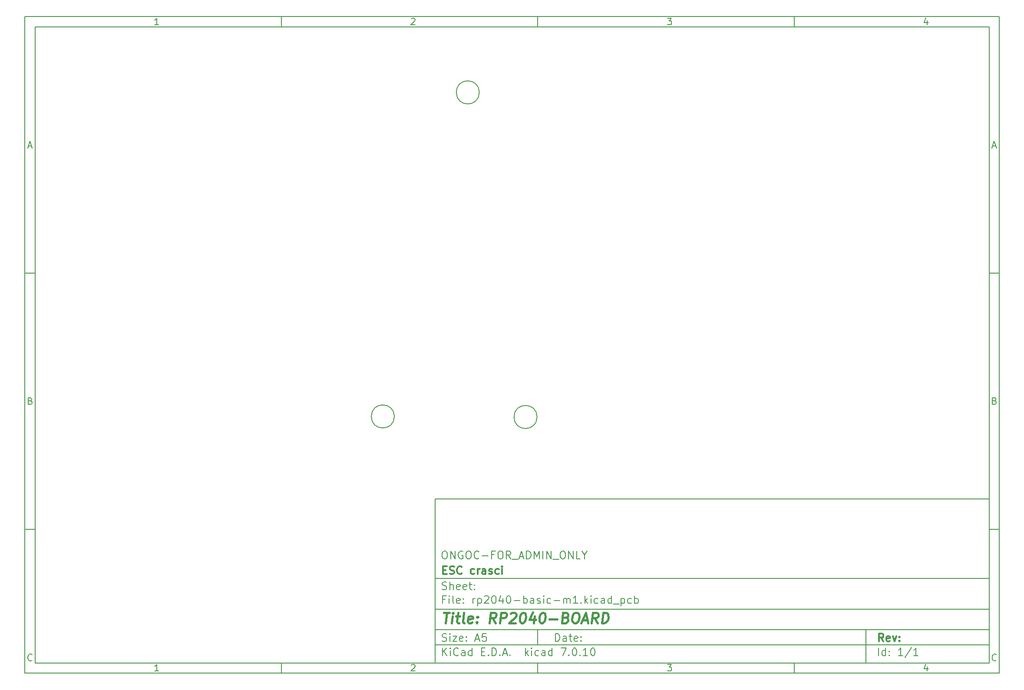
<source format=gbr>
%TF.GenerationSoftware,KiCad,Pcbnew,7.0.10*%
%TF.CreationDate,2024-01-28T16:32:00+05:30*%
%TF.ProjectId,rp2040-basic-m1,72703230-3430-42d6-9261-7369632d6d31,rev?*%
%TF.SameCoordinates,Original*%
%TF.FileFunction,Other,Comment*%
%FSLAX46Y46*%
G04 Gerber Fmt 4.6, Leading zero omitted, Abs format (unit mm)*
G04 Created by KiCad (PCBNEW 7.0.10) date 2024-01-28 16:32:00*
%MOMM*%
%LPD*%
G01*
G04 APERTURE LIST*
%ADD10C,0.100000*%
%ADD11C,0.150000*%
%ADD12C,0.300000*%
%ADD13C,0.400000*%
G04 APERTURE END LIST*
D10*
D11*
X90007200Y-104005800D02*
X198007200Y-104005800D01*
X198007200Y-136005800D01*
X90007200Y-136005800D01*
X90007200Y-104005800D01*
D10*
D11*
X10000000Y-10000000D02*
X200007200Y-10000000D01*
X200007200Y-138005800D01*
X10000000Y-138005800D01*
X10000000Y-10000000D01*
D10*
D11*
X12000000Y-12000000D02*
X198007200Y-12000000D01*
X198007200Y-136005800D01*
X12000000Y-136005800D01*
X12000000Y-12000000D01*
D10*
D11*
X60000000Y-12000000D02*
X60000000Y-10000000D01*
D10*
D11*
X110000000Y-12000000D02*
X110000000Y-10000000D01*
D10*
D11*
X160000000Y-12000000D02*
X160000000Y-10000000D01*
D10*
D11*
X36089160Y-11593604D02*
X35346303Y-11593604D01*
X35717731Y-11593604D02*
X35717731Y-10293604D01*
X35717731Y-10293604D02*
X35593922Y-10479319D01*
X35593922Y-10479319D02*
X35470112Y-10603128D01*
X35470112Y-10603128D02*
X35346303Y-10665033D01*
D10*
D11*
X85346303Y-10417414D02*
X85408207Y-10355509D01*
X85408207Y-10355509D02*
X85532017Y-10293604D01*
X85532017Y-10293604D02*
X85841541Y-10293604D01*
X85841541Y-10293604D02*
X85965350Y-10355509D01*
X85965350Y-10355509D02*
X86027255Y-10417414D01*
X86027255Y-10417414D02*
X86089160Y-10541223D01*
X86089160Y-10541223D02*
X86089160Y-10665033D01*
X86089160Y-10665033D02*
X86027255Y-10850747D01*
X86027255Y-10850747D02*
X85284398Y-11593604D01*
X85284398Y-11593604D02*
X86089160Y-11593604D01*
D10*
D11*
X135284398Y-10293604D02*
X136089160Y-10293604D01*
X136089160Y-10293604D02*
X135655826Y-10788842D01*
X135655826Y-10788842D02*
X135841541Y-10788842D01*
X135841541Y-10788842D02*
X135965350Y-10850747D01*
X135965350Y-10850747D02*
X136027255Y-10912652D01*
X136027255Y-10912652D02*
X136089160Y-11036461D01*
X136089160Y-11036461D02*
X136089160Y-11345985D01*
X136089160Y-11345985D02*
X136027255Y-11469795D01*
X136027255Y-11469795D02*
X135965350Y-11531700D01*
X135965350Y-11531700D02*
X135841541Y-11593604D01*
X135841541Y-11593604D02*
X135470112Y-11593604D01*
X135470112Y-11593604D02*
X135346303Y-11531700D01*
X135346303Y-11531700D02*
X135284398Y-11469795D01*
D10*
D11*
X185965350Y-10726938D02*
X185965350Y-11593604D01*
X185655826Y-10231700D02*
X185346303Y-11160271D01*
X185346303Y-11160271D02*
X186151064Y-11160271D01*
D10*
D11*
X60000000Y-136005800D02*
X60000000Y-138005800D01*
D10*
D11*
X110000000Y-136005800D02*
X110000000Y-138005800D01*
D10*
D11*
X160000000Y-136005800D02*
X160000000Y-138005800D01*
D10*
D11*
X36089160Y-137599404D02*
X35346303Y-137599404D01*
X35717731Y-137599404D02*
X35717731Y-136299404D01*
X35717731Y-136299404D02*
X35593922Y-136485119D01*
X35593922Y-136485119D02*
X35470112Y-136608928D01*
X35470112Y-136608928D02*
X35346303Y-136670833D01*
D10*
D11*
X85346303Y-136423214D02*
X85408207Y-136361309D01*
X85408207Y-136361309D02*
X85532017Y-136299404D01*
X85532017Y-136299404D02*
X85841541Y-136299404D01*
X85841541Y-136299404D02*
X85965350Y-136361309D01*
X85965350Y-136361309D02*
X86027255Y-136423214D01*
X86027255Y-136423214D02*
X86089160Y-136547023D01*
X86089160Y-136547023D02*
X86089160Y-136670833D01*
X86089160Y-136670833D02*
X86027255Y-136856547D01*
X86027255Y-136856547D02*
X85284398Y-137599404D01*
X85284398Y-137599404D02*
X86089160Y-137599404D01*
D10*
D11*
X135284398Y-136299404D02*
X136089160Y-136299404D01*
X136089160Y-136299404D02*
X135655826Y-136794642D01*
X135655826Y-136794642D02*
X135841541Y-136794642D01*
X135841541Y-136794642D02*
X135965350Y-136856547D01*
X135965350Y-136856547D02*
X136027255Y-136918452D01*
X136027255Y-136918452D02*
X136089160Y-137042261D01*
X136089160Y-137042261D02*
X136089160Y-137351785D01*
X136089160Y-137351785D02*
X136027255Y-137475595D01*
X136027255Y-137475595D02*
X135965350Y-137537500D01*
X135965350Y-137537500D02*
X135841541Y-137599404D01*
X135841541Y-137599404D02*
X135470112Y-137599404D01*
X135470112Y-137599404D02*
X135346303Y-137537500D01*
X135346303Y-137537500D02*
X135284398Y-137475595D01*
D10*
D11*
X185965350Y-136732738D02*
X185965350Y-137599404D01*
X185655826Y-136237500D02*
X185346303Y-137166071D01*
X185346303Y-137166071D02*
X186151064Y-137166071D01*
D10*
D11*
X10000000Y-60000000D02*
X12000000Y-60000000D01*
D10*
D11*
X10000000Y-110000000D02*
X12000000Y-110000000D01*
D10*
D11*
X10690476Y-35222176D02*
X11309523Y-35222176D01*
X10566666Y-35593604D02*
X10999999Y-34293604D01*
X10999999Y-34293604D02*
X11433333Y-35593604D01*
D10*
D11*
X11092857Y-84912652D02*
X11278571Y-84974557D01*
X11278571Y-84974557D02*
X11340476Y-85036461D01*
X11340476Y-85036461D02*
X11402380Y-85160271D01*
X11402380Y-85160271D02*
X11402380Y-85345985D01*
X11402380Y-85345985D02*
X11340476Y-85469795D01*
X11340476Y-85469795D02*
X11278571Y-85531700D01*
X11278571Y-85531700D02*
X11154761Y-85593604D01*
X11154761Y-85593604D02*
X10659523Y-85593604D01*
X10659523Y-85593604D02*
X10659523Y-84293604D01*
X10659523Y-84293604D02*
X11092857Y-84293604D01*
X11092857Y-84293604D02*
X11216666Y-84355509D01*
X11216666Y-84355509D02*
X11278571Y-84417414D01*
X11278571Y-84417414D02*
X11340476Y-84541223D01*
X11340476Y-84541223D02*
X11340476Y-84665033D01*
X11340476Y-84665033D02*
X11278571Y-84788842D01*
X11278571Y-84788842D02*
X11216666Y-84850747D01*
X11216666Y-84850747D02*
X11092857Y-84912652D01*
X11092857Y-84912652D02*
X10659523Y-84912652D01*
D10*
D11*
X11402380Y-135469795D02*
X11340476Y-135531700D01*
X11340476Y-135531700D02*
X11154761Y-135593604D01*
X11154761Y-135593604D02*
X11030952Y-135593604D01*
X11030952Y-135593604D02*
X10845238Y-135531700D01*
X10845238Y-135531700D02*
X10721428Y-135407890D01*
X10721428Y-135407890D02*
X10659523Y-135284080D01*
X10659523Y-135284080D02*
X10597619Y-135036461D01*
X10597619Y-135036461D02*
X10597619Y-134850747D01*
X10597619Y-134850747D02*
X10659523Y-134603128D01*
X10659523Y-134603128D02*
X10721428Y-134479319D01*
X10721428Y-134479319D02*
X10845238Y-134355509D01*
X10845238Y-134355509D02*
X11030952Y-134293604D01*
X11030952Y-134293604D02*
X11154761Y-134293604D01*
X11154761Y-134293604D02*
X11340476Y-134355509D01*
X11340476Y-134355509D02*
X11402380Y-134417414D01*
D10*
D11*
X200007200Y-60000000D02*
X198007200Y-60000000D01*
D10*
D11*
X200007200Y-110000000D02*
X198007200Y-110000000D01*
D10*
D11*
X198697676Y-35222176D02*
X199316723Y-35222176D01*
X198573866Y-35593604D02*
X199007199Y-34293604D01*
X199007199Y-34293604D02*
X199440533Y-35593604D01*
D10*
D11*
X199100057Y-84912652D02*
X199285771Y-84974557D01*
X199285771Y-84974557D02*
X199347676Y-85036461D01*
X199347676Y-85036461D02*
X199409580Y-85160271D01*
X199409580Y-85160271D02*
X199409580Y-85345985D01*
X199409580Y-85345985D02*
X199347676Y-85469795D01*
X199347676Y-85469795D02*
X199285771Y-85531700D01*
X199285771Y-85531700D02*
X199161961Y-85593604D01*
X199161961Y-85593604D02*
X198666723Y-85593604D01*
X198666723Y-85593604D02*
X198666723Y-84293604D01*
X198666723Y-84293604D02*
X199100057Y-84293604D01*
X199100057Y-84293604D02*
X199223866Y-84355509D01*
X199223866Y-84355509D02*
X199285771Y-84417414D01*
X199285771Y-84417414D02*
X199347676Y-84541223D01*
X199347676Y-84541223D02*
X199347676Y-84665033D01*
X199347676Y-84665033D02*
X199285771Y-84788842D01*
X199285771Y-84788842D02*
X199223866Y-84850747D01*
X199223866Y-84850747D02*
X199100057Y-84912652D01*
X199100057Y-84912652D02*
X198666723Y-84912652D01*
D10*
D11*
X199409580Y-135469795D02*
X199347676Y-135531700D01*
X199347676Y-135531700D02*
X199161961Y-135593604D01*
X199161961Y-135593604D02*
X199038152Y-135593604D01*
X199038152Y-135593604D02*
X198852438Y-135531700D01*
X198852438Y-135531700D02*
X198728628Y-135407890D01*
X198728628Y-135407890D02*
X198666723Y-135284080D01*
X198666723Y-135284080D02*
X198604819Y-135036461D01*
X198604819Y-135036461D02*
X198604819Y-134850747D01*
X198604819Y-134850747D02*
X198666723Y-134603128D01*
X198666723Y-134603128D02*
X198728628Y-134479319D01*
X198728628Y-134479319D02*
X198852438Y-134355509D01*
X198852438Y-134355509D02*
X199038152Y-134293604D01*
X199038152Y-134293604D02*
X199161961Y-134293604D01*
X199161961Y-134293604D02*
X199347676Y-134355509D01*
X199347676Y-134355509D02*
X199409580Y-134417414D01*
D10*
D11*
X113463026Y-131791928D02*
X113463026Y-130291928D01*
X113463026Y-130291928D02*
X113820169Y-130291928D01*
X113820169Y-130291928D02*
X114034455Y-130363357D01*
X114034455Y-130363357D02*
X114177312Y-130506214D01*
X114177312Y-130506214D02*
X114248741Y-130649071D01*
X114248741Y-130649071D02*
X114320169Y-130934785D01*
X114320169Y-130934785D02*
X114320169Y-131149071D01*
X114320169Y-131149071D02*
X114248741Y-131434785D01*
X114248741Y-131434785D02*
X114177312Y-131577642D01*
X114177312Y-131577642D02*
X114034455Y-131720500D01*
X114034455Y-131720500D02*
X113820169Y-131791928D01*
X113820169Y-131791928D02*
X113463026Y-131791928D01*
X115605884Y-131791928D02*
X115605884Y-131006214D01*
X115605884Y-131006214D02*
X115534455Y-130863357D01*
X115534455Y-130863357D02*
X115391598Y-130791928D01*
X115391598Y-130791928D02*
X115105884Y-130791928D01*
X115105884Y-130791928D02*
X114963026Y-130863357D01*
X115605884Y-131720500D02*
X115463026Y-131791928D01*
X115463026Y-131791928D02*
X115105884Y-131791928D01*
X115105884Y-131791928D02*
X114963026Y-131720500D01*
X114963026Y-131720500D02*
X114891598Y-131577642D01*
X114891598Y-131577642D02*
X114891598Y-131434785D01*
X114891598Y-131434785D02*
X114963026Y-131291928D01*
X114963026Y-131291928D02*
X115105884Y-131220500D01*
X115105884Y-131220500D02*
X115463026Y-131220500D01*
X115463026Y-131220500D02*
X115605884Y-131149071D01*
X116105884Y-130791928D02*
X116677312Y-130791928D01*
X116320169Y-130291928D02*
X116320169Y-131577642D01*
X116320169Y-131577642D02*
X116391598Y-131720500D01*
X116391598Y-131720500D02*
X116534455Y-131791928D01*
X116534455Y-131791928D02*
X116677312Y-131791928D01*
X117748741Y-131720500D02*
X117605884Y-131791928D01*
X117605884Y-131791928D02*
X117320170Y-131791928D01*
X117320170Y-131791928D02*
X117177312Y-131720500D01*
X117177312Y-131720500D02*
X117105884Y-131577642D01*
X117105884Y-131577642D02*
X117105884Y-131006214D01*
X117105884Y-131006214D02*
X117177312Y-130863357D01*
X117177312Y-130863357D02*
X117320170Y-130791928D01*
X117320170Y-130791928D02*
X117605884Y-130791928D01*
X117605884Y-130791928D02*
X117748741Y-130863357D01*
X117748741Y-130863357D02*
X117820170Y-131006214D01*
X117820170Y-131006214D02*
X117820170Y-131149071D01*
X117820170Y-131149071D02*
X117105884Y-131291928D01*
X118463026Y-131649071D02*
X118534455Y-131720500D01*
X118534455Y-131720500D02*
X118463026Y-131791928D01*
X118463026Y-131791928D02*
X118391598Y-131720500D01*
X118391598Y-131720500D02*
X118463026Y-131649071D01*
X118463026Y-131649071D02*
X118463026Y-131791928D01*
X118463026Y-130863357D02*
X118534455Y-130934785D01*
X118534455Y-130934785D02*
X118463026Y-131006214D01*
X118463026Y-131006214D02*
X118391598Y-130934785D01*
X118391598Y-130934785D02*
X118463026Y-130863357D01*
X118463026Y-130863357D02*
X118463026Y-131006214D01*
D10*
D11*
X90007200Y-132505800D02*
X198007200Y-132505800D01*
D10*
D11*
X91463026Y-134591928D02*
X91463026Y-133091928D01*
X92320169Y-134591928D02*
X91677312Y-133734785D01*
X92320169Y-133091928D02*
X91463026Y-133949071D01*
X92963026Y-134591928D02*
X92963026Y-133591928D01*
X92963026Y-133091928D02*
X92891598Y-133163357D01*
X92891598Y-133163357D02*
X92963026Y-133234785D01*
X92963026Y-133234785D02*
X93034455Y-133163357D01*
X93034455Y-133163357D02*
X92963026Y-133091928D01*
X92963026Y-133091928D02*
X92963026Y-133234785D01*
X94534455Y-134449071D02*
X94463027Y-134520500D01*
X94463027Y-134520500D02*
X94248741Y-134591928D01*
X94248741Y-134591928D02*
X94105884Y-134591928D01*
X94105884Y-134591928D02*
X93891598Y-134520500D01*
X93891598Y-134520500D02*
X93748741Y-134377642D01*
X93748741Y-134377642D02*
X93677312Y-134234785D01*
X93677312Y-134234785D02*
X93605884Y-133949071D01*
X93605884Y-133949071D02*
X93605884Y-133734785D01*
X93605884Y-133734785D02*
X93677312Y-133449071D01*
X93677312Y-133449071D02*
X93748741Y-133306214D01*
X93748741Y-133306214D02*
X93891598Y-133163357D01*
X93891598Y-133163357D02*
X94105884Y-133091928D01*
X94105884Y-133091928D02*
X94248741Y-133091928D01*
X94248741Y-133091928D02*
X94463027Y-133163357D01*
X94463027Y-133163357D02*
X94534455Y-133234785D01*
X95820170Y-134591928D02*
X95820170Y-133806214D01*
X95820170Y-133806214D02*
X95748741Y-133663357D01*
X95748741Y-133663357D02*
X95605884Y-133591928D01*
X95605884Y-133591928D02*
X95320170Y-133591928D01*
X95320170Y-133591928D02*
X95177312Y-133663357D01*
X95820170Y-134520500D02*
X95677312Y-134591928D01*
X95677312Y-134591928D02*
X95320170Y-134591928D01*
X95320170Y-134591928D02*
X95177312Y-134520500D01*
X95177312Y-134520500D02*
X95105884Y-134377642D01*
X95105884Y-134377642D02*
X95105884Y-134234785D01*
X95105884Y-134234785D02*
X95177312Y-134091928D01*
X95177312Y-134091928D02*
X95320170Y-134020500D01*
X95320170Y-134020500D02*
X95677312Y-134020500D01*
X95677312Y-134020500D02*
X95820170Y-133949071D01*
X97177313Y-134591928D02*
X97177313Y-133091928D01*
X97177313Y-134520500D02*
X97034455Y-134591928D01*
X97034455Y-134591928D02*
X96748741Y-134591928D01*
X96748741Y-134591928D02*
X96605884Y-134520500D01*
X96605884Y-134520500D02*
X96534455Y-134449071D01*
X96534455Y-134449071D02*
X96463027Y-134306214D01*
X96463027Y-134306214D02*
X96463027Y-133877642D01*
X96463027Y-133877642D02*
X96534455Y-133734785D01*
X96534455Y-133734785D02*
X96605884Y-133663357D01*
X96605884Y-133663357D02*
X96748741Y-133591928D01*
X96748741Y-133591928D02*
X97034455Y-133591928D01*
X97034455Y-133591928D02*
X97177313Y-133663357D01*
X99034455Y-133806214D02*
X99534455Y-133806214D01*
X99748741Y-134591928D02*
X99034455Y-134591928D01*
X99034455Y-134591928D02*
X99034455Y-133091928D01*
X99034455Y-133091928D02*
X99748741Y-133091928D01*
X100391598Y-134449071D02*
X100463027Y-134520500D01*
X100463027Y-134520500D02*
X100391598Y-134591928D01*
X100391598Y-134591928D02*
X100320170Y-134520500D01*
X100320170Y-134520500D02*
X100391598Y-134449071D01*
X100391598Y-134449071D02*
X100391598Y-134591928D01*
X101105884Y-134591928D02*
X101105884Y-133091928D01*
X101105884Y-133091928D02*
X101463027Y-133091928D01*
X101463027Y-133091928D02*
X101677313Y-133163357D01*
X101677313Y-133163357D02*
X101820170Y-133306214D01*
X101820170Y-133306214D02*
X101891599Y-133449071D01*
X101891599Y-133449071D02*
X101963027Y-133734785D01*
X101963027Y-133734785D02*
X101963027Y-133949071D01*
X101963027Y-133949071D02*
X101891599Y-134234785D01*
X101891599Y-134234785D02*
X101820170Y-134377642D01*
X101820170Y-134377642D02*
X101677313Y-134520500D01*
X101677313Y-134520500D02*
X101463027Y-134591928D01*
X101463027Y-134591928D02*
X101105884Y-134591928D01*
X102605884Y-134449071D02*
X102677313Y-134520500D01*
X102677313Y-134520500D02*
X102605884Y-134591928D01*
X102605884Y-134591928D02*
X102534456Y-134520500D01*
X102534456Y-134520500D02*
X102605884Y-134449071D01*
X102605884Y-134449071D02*
X102605884Y-134591928D01*
X103248742Y-134163357D02*
X103963028Y-134163357D01*
X103105885Y-134591928D02*
X103605885Y-133091928D01*
X103605885Y-133091928D02*
X104105885Y-134591928D01*
X104605884Y-134449071D02*
X104677313Y-134520500D01*
X104677313Y-134520500D02*
X104605884Y-134591928D01*
X104605884Y-134591928D02*
X104534456Y-134520500D01*
X104534456Y-134520500D02*
X104605884Y-134449071D01*
X104605884Y-134449071D02*
X104605884Y-134591928D01*
X107605884Y-134591928D02*
X107605884Y-133091928D01*
X107748742Y-134020500D02*
X108177313Y-134591928D01*
X108177313Y-133591928D02*
X107605884Y-134163357D01*
X108820170Y-134591928D02*
X108820170Y-133591928D01*
X108820170Y-133091928D02*
X108748742Y-133163357D01*
X108748742Y-133163357D02*
X108820170Y-133234785D01*
X108820170Y-133234785D02*
X108891599Y-133163357D01*
X108891599Y-133163357D02*
X108820170Y-133091928D01*
X108820170Y-133091928D02*
X108820170Y-133234785D01*
X110177314Y-134520500D02*
X110034456Y-134591928D01*
X110034456Y-134591928D02*
X109748742Y-134591928D01*
X109748742Y-134591928D02*
X109605885Y-134520500D01*
X109605885Y-134520500D02*
X109534456Y-134449071D01*
X109534456Y-134449071D02*
X109463028Y-134306214D01*
X109463028Y-134306214D02*
X109463028Y-133877642D01*
X109463028Y-133877642D02*
X109534456Y-133734785D01*
X109534456Y-133734785D02*
X109605885Y-133663357D01*
X109605885Y-133663357D02*
X109748742Y-133591928D01*
X109748742Y-133591928D02*
X110034456Y-133591928D01*
X110034456Y-133591928D02*
X110177314Y-133663357D01*
X111463028Y-134591928D02*
X111463028Y-133806214D01*
X111463028Y-133806214D02*
X111391599Y-133663357D01*
X111391599Y-133663357D02*
X111248742Y-133591928D01*
X111248742Y-133591928D02*
X110963028Y-133591928D01*
X110963028Y-133591928D02*
X110820170Y-133663357D01*
X111463028Y-134520500D02*
X111320170Y-134591928D01*
X111320170Y-134591928D02*
X110963028Y-134591928D01*
X110963028Y-134591928D02*
X110820170Y-134520500D01*
X110820170Y-134520500D02*
X110748742Y-134377642D01*
X110748742Y-134377642D02*
X110748742Y-134234785D01*
X110748742Y-134234785D02*
X110820170Y-134091928D01*
X110820170Y-134091928D02*
X110963028Y-134020500D01*
X110963028Y-134020500D02*
X111320170Y-134020500D01*
X111320170Y-134020500D02*
X111463028Y-133949071D01*
X112820171Y-134591928D02*
X112820171Y-133091928D01*
X112820171Y-134520500D02*
X112677313Y-134591928D01*
X112677313Y-134591928D02*
X112391599Y-134591928D01*
X112391599Y-134591928D02*
X112248742Y-134520500D01*
X112248742Y-134520500D02*
X112177313Y-134449071D01*
X112177313Y-134449071D02*
X112105885Y-134306214D01*
X112105885Y-134306214D02*
X112105885Y-133877642D01*
X112105885Y-133877642D02*
X112177313Y-133734785D01*
X112177313Y-133734785D02*
X112248742Y-133663357D01*
X112248742Y-133663357D02*
X112391599Y-133591928D01*
X112391599Y-133591928D02*
X112677313Y-133591928D01*
X112677313Y-133591928D02*
X112820171Y-133663357D01*
X114534456Y-133091928D02*
X115534456Y-133091928D01*
X115534456Y-133091928D02*
X114891599Y-134591928D01*
X116105884Y-134449071D02*
X116177313Y-134520500D01*
X116177313Y-134520500D02*
X116105884Y-134591928D01*
X116105884Y-134591928D02*
X116034456Y-134520500D01*
X116034456Y-134520500D02*
X116105884Y-134449071D01*
X116105884Y-134449071D02*
X116105884Y-134591928D01*
X117105885Y-133091928D02*
X117248742Y-133091928D01*
X117248742Y-133091928D02*
X117391599Y-133163357D01*
X117391599Y-133163357D02*
X117463028Y-133234785D01*
X117463028Y-133234785D02*
X117534456Y-133377642D01*
X117534456Y-133377642D02*
X117605885Y-133663357D01*
X117605885Y-133663357D02*
X117605885Y-134020500D01*
X117605885Y-134020500D02*
X117534456Y-134306214D01*
X117534456Y-134306214D02*
X117463028Y-134449071D01*
X117463028Y-134449071D02*
X117391599Y-134520500D01*
X117391599Y-134520500D02*
X117248742Y-134591928D01*
X117248742Y-134591928D02*
X117105885Y-134591928D01*
X117105885Y-134591928D02*
X116963028Y-134520500D01*
X116963028Y-134520500D02*
X116891599Y-134449071D01*
X116891599Y-134449071D02*
X116820170Y-134306214D01*
X116820170Y-134306214D02*
X116748742Y-134020500D01*
X116748742Y-134020500D02*
X116748742Y-133663357D01*
X116748742Y-133663357D02*
X116820170Y-133377642D01*
X116820170Y-133377642D02*
X116891599Y-133234785D01*
X116891599Y-133234785D02*
X116963028Y-133163357D01*
X116963028Y-133163357D02*
X117105885Y-133091928D01*
X118248741Y-134449071D02*
X118320170Y-134520500D01*
X118320170Y-134520500D02*
X118248741Y-134591928D01*
X118248741Y-134591928D02*
X118177313Y-134520500D01*
X118177313Y-134520500D02*
X118248741Y-134449071D01*
X118248741Y-134449071D02*
X118248741Y-134591928D01*
X119748742Y-134591928D02*
X118891599Y-134591928D01*
X119320170Y-134591928D02*
X119320170Y-133091928D01*
X119320170Y-133091928D02*
X119177313Y-133306214D01*
X119177313Y-133306214D02*
X119034456Y-133449071D01*
X119034456Y-133449071D02*
X118891599Y-133520500D01*
X120677313Y-133091928D02*
X120820170Y-133091928D01*
X120820170Y-133091928D02*
X120963027Y-133163357D01*
X120963027Y-133163357D02*
X121034456Y-133234785D01*
X121034456Y-133234785D02*
X121105884Y-133377642D01*
X121105884Y-133377642D02*
X121177313Y-133663357D01*
X121177313Y-133663357D02*
X121177313Y-134020500D01*
X121177313Y-134020500D02*
X121105884Y-134306214D01*
X121105884Y-134306214D02*
X121034456Y-134449071D01*
X121034456Y-134449071D02*
X120963027Y-134520500D01*
X120963027Y-134520500D02*
X120820170Y-134591928D01*
X120820170Y-134591928D02*
X120677313Y-134591928D01*
X120677313Y-134591928D02*
X120534456Y-134520500D01*
X120534456Y-134520500D02*
X120463027Y-134449071D01*
X120463027Y-134449071D02*
X120391598Y-134306214D01*
X120391598Y-134306214D02*
X120320170Y-134020500D01*
X120320170Y-134020500D02*
X120320170Y-133663357D01*
X120320170Y-133663357D02*
X120391598Y-133377642D01*
X120391598Y-133377642D02*
X120463027Y-133234785D01*
X120463027Y-133234785D02*
X120534456Y-133163357D01*
X120534456Y-133163357D02*
X120677313Y-133091928D01*
D10*
D11*
X90007200Y-129505800D02*
X198007200Y-129505800D01*
D10*
D12*
X177418853Y-131784128D02*
X176918853Y-131069842D01*
X176561710Y-131784128D02*
X176561710Y-130284128D01*
X176561710Y-130284128D02*
X177133139Y-130284128D01*
X177133139Y-130284128D02*
X177275996Y-130355557D01*
X177275996Y-130355557D02*
X177347425Y-130426985D01*
X177347425Y-130426985D02*
X177418853Y-130569842D01*
X177418853Y-130569842D02*
X177418853Y-130784128D01*
X177418853Y-130784128D02*
X177347425Y-130926985D01*
X177347425Y-130926985D02*
X177275996Y-130998414D01*
X177275996Y-130998414D02*
X177133139Y-131069842D01*
X177133139Y-131069842D02*
X176561710Y-131069842D01*
X178633139Y-131712700D02*
X178490282Y-131784128D01*
X178490282Y-131784128D02*
X178204568Y-131784128D01*
X178204568Y-131784128D02*
X178061710Y-131712700D01*
X178061710Y-131712700D02*
X177990282Y-131569842D01*
X177990282Y-131569842D02*
X177990282Y-130998414D01*
X177990282Y-130998414D02*
X178061710Y-130855557D01*
X178061710Y-130855557D02*
X178204568Y-130784128D01*
X178204568Y-130784128D02*
X178490282Y-130784128D01*
X178490282Y-130784128D02*
X178633139Y-130855557D01*
X178633139Y-130855557D02*
X178704568Y-130998414D01*
X178704568Y-130998414D02*
X178704568Y-131141271D01*
X178704568Y-131141271D02*
X177990282Y-131284128D01*
X179204567Y-130784128D02*
X179561710Y-131784128D01*
X179561710Y-131784128D02*
X179918853Y-130784128D01*
X180490281Y-131641271D02*
X180561710Y-131712700D01*
X180561710Y-131712700D02*
X180490281Y-131784128D01*
X180490281Y-131784128D02*
X180418853Y-131712700D01*
X180418853Y-131712700D02*
X180490281Y-131641271D01*
X180490281Y-131641271D02*
X180490281Y-131784128D01*
X180490281Y-130855557D02*
X180561710Y-130926985D01*
X180561710Y-130926985D02*
X180490281Y-130998414D01*
X180490281Y-130998414D02*
X180418853Y-130926985D01*
X180418853Y-130926985D02*
X180490281Y-130855557D01*
X180490281Y-130855557D02*
X180490281Y-130998414D01*
D10*
D11*
X91391598Y-131720500D02*
X91605884Y-131791928D01*
X91605884Y-131791928D02*
X91963026Y-131791928D01*
X91963026Y-131791928D02*
X92105884Y-131720500D01*
X92105884Y-131720500D02*
X92177312Y-131649071D01*
X92177312Y-131649071D02*
X92248741Y-131506214D01*
X92248741Y-131506214D02*
X92248741Y-131363357D01*
X92248741Y-131363357D02*
X92177312Y-131220500D01*
X92177312Y-131220500D02*
X92105884Y-131149071D01*
X92105884Y-131149071D02*
X91963026Y-131077642D01*
X91963026Y-131077642D02*
X91677312Y-131006214D01*
X91677312Y-131006214D02*
X91534455Y-130934785D01*
X91534455Y-130934785D02*
X91463026Y-130863357D01*
X91463026Y-130863357D02*
X91391598Y-130720500D01*
X91391598Y-130720500D02*
X91391598Y-130577642D01*
X91391598Y-130577642D02*
X91463026Y-130434785D01*
X91463026Y-130434785D02*
X91534455Y-130363357D01*
X91534455Y-130363357D02*
X91677312Y-130291928D01*
X91677312Y-130291928D02*
X92034455Y-130291928D01*
X92034455Y-130291928D02*
X92248741Y-130363357D01*
X92891597Y-131791928D02*
X92891597Y-130791928D01*
X92891597Y-130291928D02*
X92820169Y-130363357D01*
X92820169Y-130363357D02*
X92891597Y-130434785D01*
X92891597Y-130434785D02*
X92963026Y-130363357D01*
X92963026Y-130363357D02*
X92891597Y-130291928D01*
X92891597Y-130291928D02*
X92891597Y-130434785D01*
X93463026Y-130791928D02*
X94248741Y-130791928D01*
X94248741Y-130791928D02*
X93463026Y-131791928D01*
X93463026Y-131791928D02*
X94248741Y-131791928D01*
X95391598Y-131720500D02*
X95248741Y-131791928D01*
X95248741Y-131791928D02*
X94963027Y-131791928D01*
X94963027Y-131791928D02*
X94820169Y-131720500D01*
X94820169Y-131720500D02*
X94748741Y-131577642D01*
X94748741Y-131577642D02*
X94748741Y-131006214D01*
X94748741Y-131006214D02*
X94820169Y-130863357D01*
X94820169Y-130863357D02*
X94963027Y-130791928D01*
X94963027Y-130791928D02*
X95248741Y-130791928D01*
X95248741Y-130791928D02*
X95391598Y-130863357D01*
X95391598Y-130863357D02*
X95463027Y-131006214D01*
X95463027Y-131006214D02*
X95463027Y-131149071D01*
X95463027Y-131149071D02*
X94748741Y-131291928D01*
X96105883Y-131649071D02*
X96177312Y-131720500D01*
X96177312Y-131720500D02*
X96105883Y-131791928D01*
X96105883Y-131791928D02*
X96034455Y-131720500D01*
X96034455Y-131720500D02*
X96105883Y-131649071D01*
X96105883Y-131649071D02*
X96105883Y-131791928D01*
X96105883Y-130863357D02*
X96177312Y-130934785D01*
X96177312Y-130934785D02*
X96105883Y-131006214D01*
X96105883Y-131006214D02*
X96034455Y-130934785D01*
X96034455Y-130934785D02*
X96105883Y-130863357D01*
X96105883Y-130863357D02*
X96105883Y-131006214D01*
X97891598Y-131363357D02*
X98605884Y-131363357D01*
X97748741Y-131791928D02*
X98248741Y-130291928D01*
X98248741Y-130291928D02*
X98748741Y-131791928D01*
X99963026Y-130291928D02*
X99248740Y-130291928D01*
X99248740Y-130291928D02*
X99177312Y-131006214D01*
X99177312Y-131006214D02*
X99248740Y-130934785D01*
X99248740Y-130934785D02*
X99391598Y-130863357D01*
X99391598Y-130863357D02*
X99748740Y-130863357D01*
X99748740Y-130863357D02*
X99891598Y-130934785D01*
X99891598Y-130934785D02*
X99963026Y-131006214D01*
X99963026Y-131006214D02*
X100034455Y-131149071D01*
X100034455Y-131149071D02*
X100034455Y-131506214D01*
X100034455Y-131506214D02*
X99963026Y-131649071D01*
X99963026Y-131649071D02*
X99891598Y-131720500D01*
X99891598Y-131720500D02*
X99748740Y-131791928D01*
X99748740Y-131791928D02*
X99391598Y-131791928D01*
X99391598Y-131791928D02*
X99248740Y-131720500D01*
X99248740Y-131720500D02*
X99177312Y-131649071D01*
D10*
D11*
X176463026Y-134591928D02*
X176463026Y-133091928D01*
X177820170Y-134591928D02*
X177820170Y-133091928D01*
X177820170Y-134520500D02*
X177677312Y-134591928D01*
X177677312Y-134591928D02*
X177391598Y-134591928D01*
X177391598Y-134591928D02*
X177248741Y-134520500D01*
X177248741Y-134520500D02*
X177177312Y-134449071D01*
X177177312Y-134449071D02*
X177105884Y-134306214D01*
X177105884Y-134306214D02*
X177105884Y-133877642D01*
X177105884Y-133877642D02*
X177177312Y-133734785D01*
X177177312Y-133734785D02*
X177248741Y-133663357D01*
X177248741Y-133663357D02*
X177391598Y-133591928D01*
X177391598Y-133591928D02*
X177677312Y-133591928D01*
X177677312Y-133591928D02*
X177820170Y-133663357D01*
X178534455Y-134449071D02*
X178605884Y-134520500D01*
X178605884Y-134520500D02*
X178534455Y-134591928D01*
X178534455Y-134591928D02*
X178463027Y-134520500D01*
X178463027Y-134520500D02*
X178534455Y-134449071D01*
X178534455Y-134449071D02*
X178534455Y-134591928D01*
X178534455Y-133663357D02*
X178605884Y-133734785D01*
X178605884Y-133734785D02*
X178534455Y-133806214D01*
X178534455Y-133806214D02*
X178463027Y-133734785D01*
X178463027Y-133734785D02*
X178534455Y-133663357D01*
X178534455Y-133663357D02*
X178534455Y-133806214D01*
X181177313Y-134591928D02*
X180320170Y-134591928D01*
X180748741Y-134591928D02*
X180748741Y-133091928D01*
X180748741Y-133091928D02*
X180605884Y-133306214D01*
X180605884Y-133306214D02*
X180463027Y-133449071D01*
X180463027Y-133449071D02*
X180320170Y-133520500D01*
X182891598Y-133020500D02*
X181605884Y-134949071D01*
X184177313Y-134591928D02*
X183320170Y-134591928D01*
X183748741Y-134591928D02*
X183748741Y-133091928D01*
X183748741Y-133091928D02*
X183605884Y-133306214D01*
X183605884Y-133306214D02*
X183463027Y-133449071D01*
X183463027Y-133449071D02*
X183320170Y-133520500D01*
D10*
D11*
X90007200Y-125505800D02*
X198007200Y-125505800D01*
D10*
D13*
X91698928Y-126210238D02*
X92841785Y-126210238D01*
X92020357Y-128210238D02*
X92270357Y-126210238D01*
X93258452Y-128210238D02*
X93425119Y-126876904D01*
X93508452Y-126210238D02*
X93401309Y-126305476D01*
X93401309Y-126305476D02*
X93484643Y-126400714D01*
X93484643Y-126400714D02*
X93591786Y-126305476D01*
X93591786Y-126305476D02*
X93508452Y-126210238D01*
X93508452Y-126210238D02*
X93484643Y-126400714D01*
X94091786Y-126876904D02*
X94853690Y-126876904D01*
X94460833Y-126210238D02*
X94246548Y-127924523D01*
X94246548Y-127924523D02*
X94317976Y-128115000D01*
X94317976Y-128115000D02*
X94496548Y-128210238D01*
X94496548Y-128210238D02*
X94687024Y-128210238D01*
X95639405Y-128210238D02*
X95460833Y-128115000D01*
X95460833Y-128115000D02*
X95389405Y-127924523D01*
X95389405Y-127924523D02*
X95603690Y-126210238D01*
X97175119Y-128115000D02*
X96972738Y-128210238D01*
X96972738Y-128210238D02*
X96591785Y-128210238D01*
X96591785Y-128210238D02*
X96413214Y-128115000D01*
X96413214Y-128115000D02*
X96341785Y-127924523D01*
X96341785Y-127924523D02*
X96437024Y-127162619D01*
X96437024Y-127162619D02*
X96556071Y-126972142D01*
X96556071Y-126972142D02*
X96758452Y-126876904D01*
X96758452Y-126876904D02*
X97139404Y-126876904D01*
X97139404Y-126876904D02*
X97317976Y-126972142D01*
X97317976Y-126972142D02*
X97389404Y-127162619D01*
X97389404Y-127162619D02*
X97365595Y-127353095D01*
X97365595Y-127353095D02*
X96389404Y-127543571D01*
X98139405Y-128019761D02*
X98222738Y-128115000D01*
X98222738Y-128115000D02*
X98115595Y-128210238D01*
X98115595Y-128210238D02*
X98032262Y-128115000D01*
X98032262Y-128115000D02*
X98139405Y-128019761D01*
X98139405Y-128019761D02*
X98115595Y-128210238D01*
X98270357Y-126972142D02*
X98353690Y-127067380D01*
X98353690Y-127067380D02*
X98246548Y-127162619D01*
X98246548Y-127162619D02*
X98163214Y-127067380D01*
X98163214Y-127067380D02*
X98270357Y-126972142D01*
X98270357Y-126972142D02*
X98246548Y-127162619D01*
X101734643Y-128210238D02*
X101187024Y-127257857D01*
X100591786Y-128210238D02*
X100841786Y-126210238D01*
X100841786Y-126210238D02*
X101603691Y-126210238D01*
X101603691Y-126210238D02*
X101782262Y-126305476D01*
X101782262Y-126305476D02*
X101865596Y-126400714D01*
X101865596Y-126400714D02*
X101937024Y-126591190D01*
X101937024Y-126591190D02*
X101901310Y-126876904D01*
X101901310Y-126876904D02*
X101782262Y-127067380D01*
X101782262Y-127067380D02*
X101675120Y-127162619D01*
X101675120Y-127162619D02*
X101472739Y-127257857D01*
X101472739Y-127257857D02*
X100710834Y-127257857D01*
X102591786Y-128210238D02*
X102841786Y-126210238D01*
X102841786Y-126210238D02*
X103603691Y-126210238D01*
X103603691Y-126210238D02*
X103782262Y-126305476D01*
X103782262Y-126305476D02*
X103865596Y-126400714D01*
X103865596Y-126400714D02*
X103937024Y-126591190D01*
X103937024Y-126591190D02*
X103901310Y-126876904D01*
X103901310Y-126876904D02*
X103782262Y-127067380D01*
X103782262Y-127067380D02*
X103675120Y-127162619D01*
X103675120Y-127162619D02*
X103472739Y-127257857D01*
X103472739Y-127257857D02*
X102710834Y-127257857D01*
X104722739Y-126400714D02*
X104829881Y-126305476D01*
X104829881Y-126305476D02*
X105032262Y-126210238D01*
X105032262Y-126210238D02*
X105508453Y-126210238D01*
X105508453Y-126210238D02*
X105687024Y-126305476D01*
X105687024Y-126305476D02*
X105770358Y-126400714D01*
X105770358Y-126400714D02*
X105841786Y-126591190D01*
X105841786Y-126591190D02*
X105817977Y-126781666D01*
X105817977Y-126781666D02*
X105687024Y-127067380D01*
X105687024Y-127067380D02*
X104401310Y-128210238D01*
X104401310Y-128210238D02*
X105639405Y-128210238D01*
X107127501Y-126210238D02*
X107317977Y-126210238D01*
X107317977Y-126210238D02*
X107496548Y-126305476D01*
X107496548Y-126305476D02*
X107579882Y-126400714D01*
X107579882Y-126400714D02*
X107651310Y-126591190D01*
X107651310Y-126591190D02*
X107698929Y-126972142D01*
X107698929Y-126972142D02*
X107639405Y-127448333D01*
X107639405Y-127448333D02*
X107496548Y-127829285D01*
X107496548Y-127829285D02*
X107377501Y-128019761D01*
X107377501Y-128019761D02*
X107270358Y-128115000D01*
X107270358Y-128115000D02*
X107067977Y-128210238D01*
X107067977Y-128210238D02*
X106877501Y-128210238D01*
X106877501Y-128210238D02*
X106698929Y-128115000D01*
X106698929Y-128115000D02*
X106615596Y-128019761D01*
X106615596Y-128019761D02*
X106544167Y-127829285D01*
X106544167Y-127829285D02*
X106496548Y-127448333D01*
X106496548Y-127448333D02*
X106556072Y-126972142D01*
X106556072Y-126972142D02*
X106698929Y-126591190D01*
X106698929Y-126591190D02*
X106817977Y-126400714D01*
X106817977Y-126400714D02*
X106925120Y-126305476D01*
X106925120Y-126305476D02*
X107127501Y-126210238D01*
X109425120Y-126876904D02*
X109258453Y-128210238D01*
X109044167Y-126115000D02*
X108389405Y-127543571D01*
X108389405Y-127543571D02*
X109627501Y-127543571D01*
X110937025Y-126210238D02*
X111127501Y-126210238D01*
X111127501Y-126210238D02*
X111306072Y-126305476D01*
X111306072Y-126305476D02*
X111389406Y-126400714D01*
X111389406Y-126400714D02*
X111460834Y-126591190D01*
X111460834Y-126591190D02*
X111508453Y-126972142D01*
X111508453Y-126972142D02*
X111448929Y-127448333D01*
X111448929Y-127448333D02*
X111306072Y-127829285D01*
X111306072Y-127829285D02*
X111187025Y-128019761D01*
X111187025Y-128019761D02*
X111079882Y-128115000D01*
X111079882Y-128115000D02*
X110877501Y-128210238D01*
X110877501Y-128210238D02*
X110687025Y-128210238D01*
X110687025Y-128210238D02*
X110508453Y-128115000D01*
X110508453Y-128115000D02*
X110425120Y-128019761D01*
X110425120Y-128019761D02*
X110353691Y-127829285D01*
X110353691Y-127829285D02*
X110306072Y-127448333D01*
X110306072Y-127448333D02*
X110365596Y-126972142D01*
X110365596Y-126972142D02*
X110508453Y-126591190D01*
X110508453Y-126591190D02*
X110627501Y-126400714D01*
X110627501Y-126400714D02*
X110734644Y-126305476D01*
X110734644Y-126305476D02*
X110937025Y-126210238D01*
X112306072Y-127448333D02*
X113829882Y-127448333D01*
X115484643Y-127162619D02*
X115758453Y-127257857D01*
X115758453Y-127257857D02*
X115841786Y-127353095D01*
X115841786Y-127353095D02*
X115913215Y-127543571D01*
X115913215Y-127543571D02*
X115877500Y-127829285D01*
X115877500Y-127829285D02*
X115758453Y-128019761D01*
X115758453Y-128019761D02*
X115651310Y-128115000D01*
X115651310Y-128115000D02*
X115448929Y-128210238D01*
X115448929Y-128210238D02*
X114687024Y-128210238D01*
X114687024Y-128210238D02*
X114937024Y-126210238D01*
X114937024Y-126210238D02*
X115603691Y-126210238D01*
X115603691Y-126210238D02*
X115782262Y-126305476D01*
X115782262Y-126305476D02*
X115865596Y-126400714D01*
X115865596Y-126400714D02*
X115937024Y-126591190D01*
X115937024Y-126591190D02*
X115913215Y-126781666D01*
X115913215Y-126781666D02*
X115794167Y-126972142D01*
X115794167Y-126972142D02*
X115687024Y-127067380D01*
X115687024Y-127067380D02*
X115484643Y-127162619D01*
X115484643Y-127162619D02*
X114817977Y-127162619D01*
X117317977Y-126210238D02*
X117698929Y-126210238D01*
X117698929Y-126210238D02*
X117877500Y-126305476D01*
X117877500Y-126305476D02*
X118044167Y-126495952D01*
X118044167Y-126495952D02*
X118091786Y-126876904D01*
X118091786Y-126876904D02*
X118008453Y-127543571D01*
X118008453Y-127543571D02*
X117865596Y-127924523D01*
X117865596Y-127924523D02*
X117651310Y-128115000D01*
X117651310Y-128115000D02*
X117448929Y-128210238D01*
X117448929Y-128210238D02*
X117067977Y-128210238D01*
X117067977Y-128210238D02*
X116889405Y-128115000D01*
X116889405Y-128115000D02*
X116722739Y-127924523D01*
X116722739Y-127924523D02*
X116675119Y-127543571D01*
X116675119Y-127543571D02*
X116758453Y-126876904D01*
X116758453Y-126876904D02*
X116901310Y-126495952D01*
X116901310Y-126495952D02*
X117115596Y-126305476D01*
X117115596Y-126305476D02*
X117317977Y-126210238D01*
X118758453Y-127638809D02*
X119710834Y-127638809D01*
X118496548Y-128210238D02*
X119413215Y-126210238D01*
X119413215Y-126210238D02*
X119829881Y-128210238D01*
X121639405Y-128210238D02*
X121091786Y-127257857D01*
X120496548Y-128210238D02*
X120746548Y-126210238D01*
X120746548Y-126210238D02*
X121508453Y-126210238D01*
X121508453Y-126210238D02*
X121687024Y-126305476D01*
X121687024Y-126305476D02*
X121770358Y-126400714D01*
X121770358Y-126400714D02*
X121841786Y-126591190D01*
X121841786Y-126591190D02*
X121806072Y-126876904D01*
X121806072Y-126876904D02*
X121687024Y-127067380D01*
X121687024Y-127067380D02*
X121579882Y-127162619D01*
X121579882Y-127162619D02*
X121377501Y-127257857D01*
X121377501Y-127257857D02*
X120615596Y-127257857D01*
X122496548Y-128210238D02*
X122746548Y-126210238D01*
X122746548Y-126210238D02*
X123222739Y-126210238D01*
X123222739Y-126210238D02*
X123496548Y-126305476D01*
X123496548Y-126305476D02*
X123663215Y-126495952D01*
X123663215Y-126495952D02*
X123734643Y-126686428D01*
X123734643Y-126686428D02*
X123782263Y-127067380D01*
X123782263Y-127067380D02*
X123746548Y-127353095D01*
X123746548Y-127353095D02*
X123603691Y-127734047D01*
X123603691Y-127734047D02*
X123484643Y-127924523D01*
X123484643Y-127924523D02*
X123270358Y-128115000D01*
X123270358Y-128115000D02*
X122972739Y-128210238D01*
X122972739Y-128210238D02*
X122496548Y-128210238D01*
D10*
D11*
X91963026Y-123606214D02*
X91463026Y-123606214D01*
X91463026Y-124391928D02*
X91463026Y-122891928D01*
X91463026Y-122891928D02*
X92177312Y-122891928D01*
X92748740Y-124391928D02*
X92748740Y-123391928D01*
X92748740Y-122891928D02*
X92677312Y-122963357D01*
X92677312Y-122963357D02*
X92748740Y-123034785D01*
X92748740Y-123034785D02*
X92820169Y-122963357D01*
X92820169Y-122963357D02*
X92748740Y-122891928D01*
X92748740Y-122891928D02*
X92748740Y-123034785D01*
X93677312Y-124391928D02*
X93534455Y-124320500D01*
X93534455Y-124320500D02*
X93463026Y-124177642D01*
X93463026Y-124177642D02*
X93463026Y-122891928D01*
X94820169Y-124320500D02*
X94677312Y-124391928D01*
X94677312Y-124391928D02*
X94391598Y-124391928D01*
X94391598Y-124391928D02*
X94248740Y-124320500D01*
X94248740Y-124320500D02*
X94177312Y-124177642D01*
X94177312Y-124177642D02*
X94177312Y-123606214D01*
X94177312Y-123606214D02*
X94248740Y-123463357D01*
X94248740Y-123463357D02*
X94391598Y-123391928D01*
X94391598Y-123391928D02*
X94677312Y-123391928D01*
X94677312Y-123391928D02*
X94820169Y-123463357D01*
X94820169Y-123463357D02*
X94891598Y-123606214D01*
X94891598Y-123606214D02*
X94891598Y-123749071D01*
X94891598Y-123749071D02*
X94177312Y-123891928D01*
X95534454Y-124249071D02*
X95605883Y-124320500D01*
X95605883Y-124320500D02*
X95534454Y-124391928D01*
X95534454Y-124391928D02*
X95463026Y-124320500D01*
X95463026Y-124320500D02*
X95534454Y-124249071D01*
X95534454Y-124249071D02*
X95534454Y-124391928D01*
X95534454Y-123463357D02*
X95605883Y-123534785D01*
X95605883Y-123534785D02*
X95534454Y-123606214D01*
X95534454Y-123606214D02*
X95463026Y-123534785D01*
X95463026Y-123534785D02*
X95534454Y-123463357D01*
X95534454Y-123463357D02*
X95534454Y-123606214D01*
X97391597Y-124391928D02*
X97391597Y-123391928D01*
X97391597Y-123677642D02*
X97463026Y-123534785D01*
X97463026Y-123534785D02*
X97534455Y-123463357D01*
X97534455Y-123463357D02*
X97677312Y-123391928D01*
X97677312Y-123391928D02*
X97820169Y-123391928D01*
X98320168Y-123391928D02*
X98320168Y-124891928D01*
X98320168Y-123463357D02*
X98463026Y-123391928D01*
X98463026Y-123391928D02*
X98748740Y-123391928D01*
X98748740Y-123391928D02*
X98891597Y-123463357D01*
X98891597Y-123463357D02*
X98963026Y-123534785D01*
X98963026Y-123534785D02*
X99034454Y-123677642D01*
X99034454Y-123677642D02*
X99034454Y-124106214D01*
X99034454Y-124106214D02*
X98963026Y-124249071D01*
X98963026Y-124249071D02*
X98891597Y-124320500D01*
X98891597Y-124320500D02*
X98748740Y-124391928D01*
X98748740Y-124391928D02*
X98463026Y-124391928D01*
X98463026Y-124391928D02*
X98320168Y-124320500D01*
X99605883Y-123034785D02*
X99677311Y-122963357D01*
X99677311Y-122963357D02*
X99820169Y-122891928D01*
X99820169Y-122891928D02*
X100177311Y-122891928D01*
X100177311Y-122891928D02*
X100320169Y-122963357D01*
X100320169Y-122963357D02*
X100391597Y-123034785D01*
X100391597Y-123034785D02*
X100463026Y-123177642D01*
X100463026Y-123177642D02*
X100463026Y-123320500D01*
X100463026Y-123320500D02*
X100391597Y-123534785D01*
X100391597Y-123534785D02*
X99534454Y-124391928D01*
X99534454Y-124391928D02*
X100463026Y-124391928D01*
X101391597Y-122891928D02*
X101534454Y-122891928D01*
X101534454Y-122891928D02*
X101677311Y-122963357D01*
X101677311Y-122963357D02*
X101748740Y-123034785D01*
X101748740Y-123034785D02*
X101820168Y-123177642D01*
X101820168Y-123177642D02*
X101891597Y-123463357D01*
X101891597Y-123463357D02*
X101891597Y-123820500D01*
X101891597Y-123820500D02*
X101820168Y-124106214D01*
X101820168Y-124106214D02*
X101748740Y-124249071D01*
X101748740Y-124249071D02*
X101677311Y-124320500D01*
X101677311Y-124320500D02*
X101534454Y-124391928D01*
X101534454Y-124391928D02*
X101391597Y-124391928D01*
X101391597Y-124391928D02*
X101248740Y-124320500D01*
X101248740Y-124320500D02*
X101177311Y-124249071D01*
X101177311Y-124249071D02*
X101105882Y-124106214D01*
X101105882Y-124106214D02*
X101034454Y-123820500D01*
X101034454Y-123820500D02*
X101034454Y-123463357D01*
X101034454Y-123463357D02*
X101105882Y-123177642D01*
X101105882Y-123177642D02*
X101177311Y-123034785D01*
X101177311Y-123034785D02*
X101248740Y-122963357D01*
X101248740Y-122963357D02*
X101391597Y-122891928D01*
X103177311Y-123391928D02*
X103177311Y-124391928D01*
X102820168Y-122820500D02*
X102463025Y-123891928D01*
X102463025Y-123891928D02*
X103391596Y-123891928D01*
X104248739Y-122891928D02*
X104391596Y-122891928D01*
X104391596Y-122891928D02*
X104534453Y-122963357D01*
X104534453Y-122963357D02*
X104605882Y-123034785D01*
X104605882Y-123034785D02*
X104677310Y-123177642D01*
X104677310Y-123177642D02*
X104748739Y-123463357D01*
X104748739Y-123463357D02*
X104748739Y-123820500D01*
X104748739Y-123820500D02*
X104677310Y-124106214D01*
X104677310Y-124106214D02*
X104605882Y-124249071D01*
X104605882Y-124249071D02*
X104534453Y-124320500D01*
X104534453Y-124320500D02*
X104391596Y-124391928D01*
X104391596Y-124391928D02*
X104248739Y-124391928D01*
X104248739Y-124391928D02*
X104105882Y-124320500D01*
X104105882Y-124320500D02*
X104034453Y-124249071D01*
X104034453Y-124249071D02*
X103963024Y-124106214D01*
X103963024Y-124106214D02*
X103891596Y-123820500D01*
X103891596Y-123820500D02*
X103891596Y-123463357D01*
X103891596Y-123463357D02*
X103963024Y-123177642D01*
X103963024Y-123177642D02*
X104034453Y-123034785D01*
X104034453Y-123034785D02*
X104105882Y-122963357D01*
X104105882Y-122963357D02*
X104248739Y-122891928D01*
X105391595Y-123820500D02*
X106534453Y-123820500D01*
X107248738Y-124391928D02*
X107248738Y-122891928D01*
X107248738Y-123463357D02*
X107391596Y-123391928D01*
X107391596Y-123391928D02*
X107677310Y-123391928D01*
X107677310Y-123391928D02*
X107820167Y-123463357D01*
X107820167Y-123463357D02*
X107891596Y-123534785D01*
X107891596Y-123534785D02*
X107963024Y-123677642D01*
X107963024Y-123677642D02*
X107963024Y-124106214D01*
X107963024Y-124106214D02*
X107891596Y-124249071D01*
X107891596Y-124249071D02*
X107820167Y-124320500D01*
X107820167Y-124320500D02*
X107677310Y-124391928D01*
X107677310Y-124391928D02*
X107391596Y-124391928D01*
X107391596Y-124391928D02*
X107248738Y-124320500D01*
X109248739Y-124391928D02*
X109248739Y-123606214D01*
X109248739Y-123606214D02*
X109177310Y-123463357D01*
X109177310Y-123463357D02*
X109034453Y-123391928D01*
X109034453Y-123391928D02*
X108748739Y-123391928D01*
X108748739Y-123391928D02*
X108605881Y-123463357D01*
X109248739Y-124320500D02*
X109105881Y-124391928D01*
X109105881Y-124391928D02*
X108748739Y-124391928D01*
X108748739Y-124391928D02*
X108605881Y-124320500D01*
X108605881Y-124320500D02*
X108534453Y-124177642D01*
X108534453Y-124177642D02*
X108534453Y-124034785D01*
X108534453Y-124034785D02*
X108605881Y-123891928D01*
X108605881Y-123891928D02*
X108748739Y-123820500D01*
X108748739Y-123820500D02*
X109105881Y-123820500D01*
X109105881Y-123820500D02*
X109248739Y-123749071D01*
X109891596Y-124320500D02*
X110034453Y-124391928D01*
X110034453Y-124391928D02*
X110320167Y-124391928D01*
X110320167Y-124391928D02*
X110463024Y-124320500D01*
X110463024Y-124320500D02*
X110534453Y-124177642D01*
X110534453Y-124177642D02*
X110534453Y-124106214D01*
X110534453Y-124106214D02*
X110463024Y-123963357D01*
X110463024Y-123963357D02*
X110320167Y-123891928D01*
X110320167Y-123891928D02*
X110105882Y-123891928D01*
X110105882Y-123891928D02*
X109963024Y-123820500D01*
X109963024Y-123820500D02*
X109891596Y-123677642D01*
X109891596Y-123677642D02*
X109891596Y-123606214D01*
X109891596Y-123606214D02*
X109963024Y-123463357D01*
X109963024Y-123463357D02*
X110105882Y-123391928D01*
X110105882Y-123391928D02*
X110320167Y-123391928D01*
X110320167Y-123391928D02*
X110463024Y-123463357D01*
X111177310Y-124391928D02*
X111177310Y-123391928D01*
X111177310Y-122891928D02*
X111105882Y-122963357D01*
X111105882Y-122963357D02*
X111177310Y-123034785D01*
X111177310Y-123034785D02*
X111248739Y-122963357D01*
X111248739Y-122963357D02*
X111177310Y-122891928D01*
X111177310Y-122891928D02*
X111177310Y-123034785D01*
X112534454Y-124320500D02*
X112391596Y-124391928D01*
X112391596Y-124391928D02*
X112105882Y-124391928D01*
X112105882Y-124391928D02*
X111963025Y-124320500D01*
X111963025Y-124320500D02*
X111891596Y-124249071D01*
X111891596Y-124249071D02*
X111820168Y-124106214D01*
X111820168Y-124106214D02*
X111820168Y-123677642D01*
X111820168Y-123677642D02*
X111891596Y-123534785D01*
X111891596Y-123534785D02*
X111963025Y-123463357D01*
X111963025Y-123463357D02*
X112105882Y-123391928D01*
X112105882Y-123391928D02*
X112391596Y-123391928D01*
X112391596Y-123391928D02*
X112534454Y-123463357D01*
X113177310Y-123820500D02*
X114320168Y-123820500D01*
X115034453Y-124391928D02*
X115034453Y-123391928D01*
X115034453Y-123534785D02*
X115105882Y-123463357D01*
X115105882Y-123463357D02*
X115248739Y-123391928D01*
X115248739Y-123391928D02*
X115463025Y-123391928D01*
X115463025Y-123391928D02*
X115605882Y-123463357D01*
X115605882Y-123463357D02*
X115677311Y-123606214D01*
X115677311Y-123606214D02*
X115677311Y-124391928D01*
X115677311Y-123606214D02*
X115748739Y-123463357D01*
X115748739Y-123463357D02*
X115891596Y-123391928D01*
X115891596Y-123391928D02*
X116105882Y-123391928D01*
X116105882Y-123391928D02*
X116248739Y-123463357D01*
X116248739Y-123463357D02*
X116320168Y-123606214D01*
X116320168Y-123606214D02*
X116320168Y-124391928D01*
X117820168Y-124391928D02*
X116963025Y-124391928D01*
X117391596Y-124391928D02*
X117391596Y-122891928D01*
X117391596Y-122891928D02*
X117248739Y-123106214D01*
X117248739Y-123106214D02*
X117105882Y-123249071D01*
X117105882Y-123249071D02*
X116963025Y-123320500D01*
X118463024Y-124249071D02*
X118534453Y-124320500D01*
X118534453Y-124320500D02*
X118463024Y-124391928D01*
X118463024Y-124391928D02*
X118391596Y-124320500D01*
X118391596Y-124320500D02*
X118463024Y-124249071D01*
X118463024Y-124249071D02*
X118463024Y-124391928D01*
X119177310Y-124391928D02*
X119177310Y-122891928D01*
X119320168Y-123820500D02*
X119748739Y-124391928D01*
X119748739Y-123391928D02*
X119177310Y-123963357D01*
X120391596Y-124391928D02*
X120391596Y-123391928D01*
X120391596Y-122891928D02*
X120320168Y-122963357D01*
X120320168Y-122963357D02*
X120391596Y-123034785D01*
X120391596Y-123034785D02*
X120463025Y-122963357D01*
X120463025Y-122963357D02*
X120391596Y-122891928D01*
X120391596Y-122891928D02*
X120391596Y-123034785D01*
X121748740Y-124320500D02*
X121605882Y-124391928D01*
X121605882Y-124391928D02*
X121320168Y-124391928D01*
X121320168Y-124391928D02*
X121177311Y-124320500D01*
X121177311Y-124320500D02*
X121105882Y-124249071D01*
X121105882Y-124249071D02*
X121034454Y-124106214D01*
X121034454Y-124106214D02*
X121034454Y-123677642D01*
X121034454Y-123677642D02*
X121105882Y-123534785D01*
X121105882Y-123534785D02*
X121177311Y-123463357D01*
X121177311Y-123463357D02*
X121320168Y-123391928D01*
X121320168Y-123391928D02*
X121605882Y-123391928D01*
X121605882Y-123391928D02*
X121748740Y-123463357D01*
X123034454Y-124391928D02*
X123034454Y-123606214D01*
X123034454Y-123606214D02*
X122963025Y-123463357D01*
X122963025Y-123463357D02*
X122820168Y-123391928D01*
X122820168Y-123391928D02*
X122534454Y-123391928D01*
X122534454Y-123391928D02*
X122391596Y-123463357D01*
X123034454Y-124320500D02*
X122891596Y-124391928D01*
X122891596Y-124391928D02*
X122534454Y-124391928D01*
X122534454Y-124391928D02*
X122391596Y-124320500D01*
X122391596Y-124320500D02*
X122320168Y-124177642D01*
X122320168Y-124177642D02*
X122320168Y-124034785D01*
X122320168Y-124034785D02*
X122391596Y-123891928D01*
X122391596Y-123891928D02*
X122534454Y-123820500D01*
X122534454Y-123820500D02*
X122891596Y-123820500D01*
X122891596Y-123820500D02*
X123034454Y-123749071D01*
X124391597Y-124391928D02*
X124391597Y-122891928D01*
X124391597Y-124320500D02*
X124248739Y-124391928D01*
X124248739Y-124391928D02*
X123963025Y-124391928D01*
X123963025Y-124391928D02*
X123820168Y-124320500D01*
X123820168Y-124320500D02*
X123748739Y-124249071D01*
X123748739Y-124249071D02*
X123677311Y-124106214D01*
X123677311Y-124106214D02*
X123677311Y-123677642D01*
X123677311Y-123677642D02*
X123748739Y-123534785D01*
X123748739Y-123534785D02*
X123820168Y-123463357D01*
X123820168Y-123463357D02*
X123963025Y-123391928D01*
X123963025Y-123391928D02*
X124248739Y-123391928D01*
X124248739Y-123391928D02*
X124391597Y-123463357D01*
X124748740Y-124534785D02*
X125891597Y-124534785D01*
X126248739Y-123391928D02*
X126248739Y-124891928D01*
X126248739Y-123463357D02*
X126391597Y-123391928D01*
X126391597Y-123391928D02*
X126677311Y-123391928D01*
X126677311Y-123391928D02*
X126820168Y-123463357D01*
X126820168Y-123463357D02*
X126891597Y-123534785D01*
X126891597Y-123534785D02*
X126963025Y-123677642D01*
X126963025Y-123677642D02*
X126963025Y-124106214D01*
X126963025Y-124106214D02*
X126891597Y-124249071D01*
X126891597Y-124249071D02*
X126820168Y-124320500D01*
X126820168Y-124320500D02*
X126677311Y-124391928D01*
X126677311Y-124391928D02*
X126391597Y-124391928D01*
X126391597Y-124391928D02*
X126248739Y-124320500D01*
X128248740Y-124320500D02*
X128105882Y-124391928D01*
X128105882Y-124391928D02*
X127820168Y-124391928D01*
X127820168Y-124391928D02*
X127677311Y-124320500D01*
X127677311Y-124320500D02*
X127605882Y-124249071D01*
X127605882Y-124249071D02*
X127534454Y-124106214D01*
X127534454Y-124106214D02*
X127534454Y-123677642D01*
X127534454Y-123677642D02*
X127605882Y-123534785D01*
X127605882Y-123534785D02*
X127677311Y-123463357D01*
X127677311Y-123463357D02*
X127820168Y-123391928D01*
X127820168Y-123391928D02*
X128105882Y-123391928D01*
X128105882Y-123391928D02*
X128248740Y-123463357D01*
X128891596Y-124391928D02*
X128891596Y-122891928D01*
X128891596Y-123463357D02*
X129034454Y-123391928D01*
X129034454Y-123391928D02*
X129320168Y-123391928D01*
X129320168Y-123391928D02*
X129463025Y-123463357D01*
X129463025Y-123463357D02*
X129534454Y-123534785D01*
X129534454Y-123534785D02*
X129605882Y-123677642D01*
X129605882Y-123677642D02*
X129605882Y-124106214D01*
X129605882Y-124106214D02*
X129534454Y-124249071D01*
X129534454Y-124249071D02*
X129463025Y-124320500D01*
X129463025Y-124320500D02*
X129320168Y-124391928D01*
X129320168Y-124391928D02*
X129034454Y-124391928D01*
X129034454Y-124391928D02*
X128891596Y-124320500D01*
D10*
D11*
X90007200Y-119505800D02*
X198007200Y-119505800D01*
D10*
D11*
X91391598Y-121620500D02*
X91605884Y-121691928D01*
X91605884Y-121691928D02*
X91963026Y-121691928D01*
X91963026Y-121691928D02*
X92105884Y-121620500D01*
X92105884Y-121620500D02*
X92177312Y-121549071D01*
X92177312Y-121549071D02*
X92248741Y-121406214D01*
X92248741Y-121406214D02*
X92248741Y-121263357D01*
X92248741Y-121263357D02*
X92177312Y-121120500D01*
X92177312Y-121120500D02*
X92105884Y-121049071D01*
X92105884Y-121049071D02*
X91963026Y-120977642D01*
X91963026Y-120977642D02*
X91677312Y-120906214D01*
X91677312Y-120906214D02*
X91534455Y-120834785D01*
X91534455Y-120834785D02*
X91463026Y-120763357D01*
X91463026Y-120763357D02*
X91391598Y-120620500D01*
X91391598Y-120620500D02*
X91391598Y-120477642D01*
X91391598Y-120477642D02*
X91463026Y-120334785D01*
X91463026Y-120334785D02*
X91534455Y-120263357D01*
X91534455Y-120263357D02*
X91677312Y-120191928D01*
X91677312Y-120191928D02*
X92034455Y-120191928D01*
X92034455Y-120191928D02*
X92248741Y-120263357D01*
X92891597Y-121691928D02*
X92891597Y-120191928D01*
X93534455Y-121691928D02*
X93534455Y-120906214D01*
X93534455Y-120906214D02*
X93463026Y-120763357D01*
X93463026Y-120763357D02*
X93320169Y-120691928D01*
X93320169Y-120691928D02*
X93105883Y-120691928D01*
X93105883Y-120691928D02*
X92963026Y-120763357D01*
X92963026Y-120763357D02*
X92891597Y-120834785D01*
X94820169Y-121620500D02*
X94677312Y-121691928D01*
X94677312Y-121691928D02*
X94391598Y-121691928D01*
X94391598Y-121691928D02*
X94248740Y-121620500D01*
X94248740Y-121620500D02*
X94177312Y-121477642D01*
X94177312Y-121477642D02*
X94177312Y-120906214D01*
X94177312Y-120906214D02*
X94248740Y-120763357D01*
X94248740Y-120763357D02*
X94391598Y-120691928D01*
X94391598Y-120691928D02*
X94677312Y-120691928D01*
X94677312Y-120691928D02*
X94820169Y-120763357D01*
X94820169Y-120763357D02*
X94891598Y-120906214D01*
X94891598Y-120906214D02*
X94891598Y-121049071D01*
X94891598Y-121049071D02*
X94177312Y-121191928D01*
X96105883Y-121620500D02*
X95963026Y-121691928D01*
X95963026Y-121691928D02*
X95677312Y-121691928D01*
X95677312Y-121691928D02*
X95534454Y-121620500D01*
X95534454Y-121620500D02*
X95463026Y-121477642D01*
X95463026Y-121477642D02*
X95463026Y-120906214D01*
X95463026Y-120906214D02*
X95534454Y-120763357D01*
X95534454Y-120763357D02*
X95677312Y-120691928D01*
X95677312Y-120691928D02*
X95963026Y-120691928D01*
X95963026Y-120691928D02*
X96105883Y-120763357D01*
X96105883Y-120763357D02*
X96177312Y-120906214D01*
X96177312Y-120906214D02*
X96177312Y-121049071D01*
X96177312Y-121049071D02*
X95463026Y-121191928D01*
X96605883Y-120691928D02*
X97177311Y-120691928D01*
X96820168Y-120191928D02*
X96820168Y-121477642D01*
X96820168Y-121477642D02*
X96891597Y-121620500D01*
X96891597Y-121620500D02*
X97034454Y-121691928D01*
X97034454Y-121691928D02*
X97177311Y-121691928D01*
X97677311Y-121549071D02*
X97748740Y-121620500D01*
X97748740Y-121620500D02*
X97677311Y-121691928D01*
X97677311Y-121691928D02*
X97605883Y-121620500D01*
X97605883Y-121620500D02*
X97677311Y-121549071D01*
X97677311Y-121549071D02*
X97677311Y-121691928D01*
X97677311Y-120763357D02*
X97748740Y-120834785D01*
X97748740Y-120834785D02*
X97677311Y-120906214D01*
X97677311Y-120906214D02*
X97605883Y-120834785D01*
X97605883Y-120834785D02*
X97677311Y-120763357D01*
X97677311Y-120763357D02*
X97677311Y-120906214D01*
D10*
D12*
X91561710Y-117898414D02*
X92061710Y-117898414D01*
X92275996Y-118684128D02*
X91561710Y-118684128D01*
X91561710Y-118684128D02*
X91561710Y-117184128D01*
X91561710Y-117184128D02*
X92275996Y-117184128D01*
X92847425Y-118612700D02*
X93061711Y-118684128D01*
X93061711Y-118684128D02*
X93418853Y-118684128D01*
X93418853Y-118684128D02*
X93561711Y-118612700D01*
X93561711Y-118612700D02*
X93633139Y-118541271D01*
X93633139Y-118541271D02*
X93704568Y-118398414D01*
X93704568Y-118398414D02*
X93704568Y-118255557D01*
X93704568Y-118255557D02*
X93633139Y-118112700D01*
X93633139Y-118112700D02*
X93561711Y-118041271D01*
X93561711Y-118041271D02*
X93418853Y-117969842D01*
X93418853Y-117969842D02*
X93133139Y-117898414D01*
X93133139Y-117898414D02*
X92990282Y-117826985D01*
X92990282Y-117826985D02*
X92918853Y-117755557D01*
X92918853Y-117755557D02*
X92847425Y-117612700D01*
X92847425Y-117612700D02*
X92847425Y-117469842D01*
X92847425Y-117469842D02*
X92918853Y-117326985D01*
X92918853Y-117326985D02*
X92990282Y-117255557D01*
X92990282Y-117255557D02*
X93133139Y-117184128D01*
X93133139Y-117184128D02*
X93490282Y-117184128D01*
X93490282Y-117184128D02*
X93704568Y-117255557D01*
X95204567Y-118541271D02*
X95133139Y-118612700D01*
X95133139Y-118612700D02*
X94918853Y-118684128D01*
X94918853Y-118684128D02*
X94775996Y-118684128D01*
X94775996Y-118684128D02*
X94561710Y-118612700D01*
X94561710Y-118612700D02*
X94418853Y-118469842D01*
X94418853Y-118469842D02*
X94347424Y-118326985D01*
X94347424Y-118326985D02*
X94275996Y-118041271D01*
X94275996Y-118041271D02*
X94275996Y-117826985D01*
X94275996Y-117826985D02*
X94347424Y-117541271D01*
X94347424Y-117541271D02*
X94418853Y-117398414D01*
X94418853Y-117398414D02*
X94561710Y-117255557D01*
X94561710Y-117255557D02*
X94775996Y-117184128D01*
X94775996Y-117184128D02*
X94918853Y-117184128D01*
X94918853Y-117184128D02*
X95133139Y-117255557D01*
X95133139Y-117255557D02*
X95204567Y-117326985D01*
X97633139Y-118612700D02*
X97490281Y-118684128D01*
X97490281Y-118684128D02*
X97204567Y-118684128D01*
X97204567Y-118684128D02*
X97061710Y-118612700D01*
X97061710Y-118612700D02*
X96990281Y-118541271D01*
X96990281Y-118541271D02*
X96918853Y-118398414D01*
X96918853Y-118398414D02*
X96918853Y-117969842D01*
X96918853Y-117969842D02*
X96990281Y-117826985D01*
X96990281Y-117826985D02*
X97061710Y-117755557D01*
X97061710Y-117755557D02*
X97204567Y-117684128D01*
X97204567Y-117684128D02*
X97490281Y-117684128D01*
X97490281Y-117684128D02*
X97633139Y-117755557D01*
X98275995Y-118684128D02*
X98275995Y-117684128D01*
X98275995Y-117969842D02*
X98347424Y-117826985D01*
X98347424Y-117826985D02*
X98418853Y-117755557D01*
X98418853Y-117755557D02*
X98561710Y-117684128D01*
X98561710Y-117684128D02*
X98704567Y-117684128D01*
X99847424Y-118684128D02*
X99847424Y-117898414D01*
X99847424Y-117898414D02*
X99775995Y-117755557D01*
X99775995Y-117755557D02*
X99633138Y-117684128D01*
X99633138Y-117684128D02*
X99347424Y-117684128D01*
X99347424Y-117684128D02*
X99204566Y-117755557D01*
X99847424Y-118612700D02*
X99704566Y-118684128D01*
X99704566Y-118684128D02*
X99347424Y-118684128D01*
X99347424Y-118684128D02*
X99204566Y-118612700D01*
X99204566Y-118612700D02*
X99133138Y-118469842D01*
X99133138Y-118469842D02*
X99133138Y-118326985D01*
X99133138Y-118326985D02*
X99204566Y-118184128D01*
X99204566Y-118184128D02*
X99347424Y-118112700D01*
X99347424Y-118112700D02*
X99704566Y-118112700D01*
X99704566Y-118112700D02*
X99847424Y-118041271D01*
X100490281Y-118612700D02*
X100633138Y-118684128D01*
X100633138Y-118684128D02*
X100918852Y-118684128D01*
X100918852Y-118684128D02*
X101061709Y-118612700D01*
X101061709Y-118612700D02*
X101133138Y-118469842D01*
X101133138Y-118469842D02*
X101133138Y-118398414D01*
X101133138Y-118398414D02*
X101061709Y-118255557D01*
X101061709Y-118255557D02*
X100918852Y-118184128D01*
X100918852Y-118184128D02*
X100704567Y-118184128D01*
X100704567Y-118184128D02*
X100561709Y-118112700D01*
X100561709Y-118112700D02*
X100490281Y-117969842D01*
X100490281Y-117969842D02*
X100490281Y-117898414D01*
X100490281Y-117898414D02*
X100561709Y-117755557D01*
X100561709Y-117755557D02*
X100704567Y-117684128D01*
X100704567Y-117684128D02*
X100918852Y-117684128D01*
X100918852Y-117684128D02*
X101061709Y-117755557D01*
X102418853Y-118612700D02*
X102275995Y-118684128D01*
X102275995Y-118684128D02*
X101990281Y-118684128D01*
X101990281Y-118684128D02*
X101847424Y-118612700D01*
X101847424Y-118612700D02*
X101775995Y-118541271D01*
X101775995Y-118541271D02*
X101704567Y-118398414D01*
X101704567Y-118398414D02*
X101704567Y-117969842D01*
X101704567Y-117969842D02*
X101775995Y-117826985D01*
X101775995Y-117826985D02*
X101847424Y-117755557D01*
X101847424Y-117755557D02*
X101990281Y-117684128D01*
X101990281Y-117684128D02*
X102275995Y-117684128D01*
X102275995Y-117684128D02*
X102418853Y-117755557D01*
X103061709Y-118684128D02*
X103061709Y-117684128D01*
X103061709Y-117184128D02*
X102990281Y-117255557D01*
X102990281Y-117255557D02*
X103061709Y-117326985D01*
X103061709Y-117326985D02*
X103133138Y-117255557D01*
X103133138Y-117255557D02*
X103061709Y-117184128D01*
X103061709Y-117184128D02*
X103061709Y-117326985D01*
D10*
D11*
X91748741Y-114191928D02*
X92034455Y-114191928D01*
X92034455Y-114191928D02*
X92177312Y-114263357D01*
X92177312Y-114263357D02*
X92320169Y-114406214D01*
X92320169Y-114406214D02*
X92391598Y-114691928D01*
X92391598Y-114691928D02*
X92391598Y-115191928D01*
X92391598Y-115191928D02*
X92320169Y-115477642D01*
X92320169Y-115477642D02*
X92177312Y-115620500D01*
X92177312Y-115620500D02*
X92034455Y-115691928D01*
X92034455Y-115691928D02*
X91748741Y-115691928D01*
X91748741Y-115691928D02*
X91605884Y-115620500D01*
X91605884Y-115620500D02*
X91463026Y-115477642D01*
X91463026Y-115477642D02*
X91391598Y-115191928D01*
X91391598Y-115191928D02*
X91391598Y-114691928D01*
X91391598Y-114691928D02*
X91463026Y-114406214D01*
X91463026Y-114406214D02*
X91605884Y-114263357D01*
X91605884Y-114263357D02*
X91748741Y-114191928D01*
X93034455Y-115691928D02*
X93034455Y-114191928D01*
X93034455Y-114191928D02*
X93891598Y-115691928D01*
X93891598Y-115691928D02*
X93891598Y-114191928D01*
X95391599Y-114263357D02*
X95248742Y-114191928D01*
X95248742Y-114191928D02*
X95034456Y-114191928D01*
X95034456Y-114191928D02*
X94820170Y-114263357D01*
X94820170Y-114263357D02*
X94677313Y-114406214D01*
X94677313Y-114406214D02*
X94605884Y-114549071D01*
X94605884Y-114549071D02*
X94534456Y-114834785D01*
X94534456Y-114834785D02*
X94534456Y-115049071D01*
X94534456Y-115049071D02*
X94605884Y-115334785D01*
X94605884Y-115334785D02*
X94677313Y-115477642D01*
X94677313Y-115477642D02*
X94820170Y-115620500D01*
X94820170Y-115620500D02*
X95034456Y-115691928D01*
X95034456Y-115691928D02*
X95177313Y-115691928D01*
X95177313Y-115691928D02*
X95391599Y-115620500D01*
X95391599Y-115620500D02*
X95463027Y-115549071D01*
X95463027Y-115549071D02*
X95463027Y-115049071D01*
X95463027Y-115049071D02*
X95177313Y-115049071D01*
X96391599Y-114191928D02*
X96677313Y-114191928D01*
X96677313Y-114191928D02*
X96820170Y-114263357D01*
X96820170Y-114263357D02*
X96963027Y-114406214D01*
X96963027Y-114406214D02*
X97034456Y-114691928D01*
X97034456Y-114691928D02*
X97034456Y-115191928D01*
X97034456Y-115191928D02*
X96963027Y-115477642D01*
X96963027Y-115477642D02*
X96820170Y-115620500D01*
X96820170Y-115620500D02*
X96677313Y-115691928D01*
X96677313Y-115691928D02*
X96391599Y-115691928D01*
X96391599Y-115691928D02*
X96248742Y-115620500D01*
X96248742Y-115620500D02*
X96105884Y-115477642D01*
X96105884Y-115477642D02*
X96034456Y-115191928D01*
X96034456Y-115191928D02*
X96034456Y-114691928D01*
X96034456Y-114691928D02*
X96105884Y-114406214D01*
X96105884Y-114406214D02*
X96248742Y-114263357D01*
X96248742Y-114263357D02*
X96391599Y-114191928D01*
X98534456Y-115549071D02*
X98463028Y-115620500D01*
X98463028Y-115620500D02*
X98248742Y-115691928D01*
X98248742Y-115691928D02*
X98105885Y-115691928D01*
X98105885Y-115691928D02*
X97891599Y-115620500D01*
X97891599Y-115620500D02*
X97748742Y-115477642D01*
X97748742Y-115477642D02*
X97677313Y-115334785D01*
X97677313Y-115334785D02*
X97605885Y-115049071D01*
X97605885Y-115049071D02*
X97605885Y-114834785D01*
X97605885Y-114834785D02*
X97677313Y-114549071D01*
X97677313Y-114549071D02*
X97748742Y-114406214D01*
X97748742Y-114406214D02*
X97891599Y-114263357D01*
X97891599Y-114263357D02*
X98105885Y-114191928D01*
X98105885Y-114191928D02*
X98248742Y-114191928D01*
X98248742Y-114191928D02*
X98463028Y-114263357D01*
X98463028Y-114263357D02*
X98534456Y-114334785D01*
X99177313Y-115120500D02*
X100320171Y-115120500D01*
X101534456Y-114906214D02*
X101034456Y-114906214D01*
X101034456Y-115691928D02*
X101034456Y-114191928D01*
X101034456Y-114191928D02*
X101748742Y-114191928D01*
X102605885Y-114191928D02*
X102891599Y-114191928D01*
X102891599Y-114191928D02*
X103034456Y-114263357D01*
X103034456Y-114263357D02*
X103177313Y-114406214D01*
X103177313Y-114406214D02*
X103248742Y-114691928D01*
X103248742Y-114691928D02*
X103248742Y-115191928D01*
X103248742Y-115191928D02*
X103177313Y-115477642D01*
X103177313Y-115477642D02*
X103034456Y-115620500D01*
X103034456Y-115620500D02*
X102891599Y-115691928D01*
X102891599Y-115691928D02*
X102605885Y-115691928D01*
X102605885Y-115691928D02*
X102463028Y-115620500D01*
X102463028Y-115620500D02*
X102320170Y-115477642D01*
X102320170Y-115477642D02*
X102248742Y-115191928D01*
X102248742Y-115191928D02*
X102248742Y-114691928D01*
X102248742Y-114691928D02*
X102320170Y-114406214D01*
X102320170Y-114406214D02*
X102463028Y-114263357D01*
X102463028Y-114263357D02*
X102605885Y-114191928D01*
X104748742Y-115691928D02*
X104248742Y-114977642D01*
X103891599Y-115691928D02*
X103891599Y-114191928D01*
X103891599Y-114191928D02*
X104463028Y-114191928D01*
X104463028Y-114191928D02*
X104605885Y-114263357D01*
X104605885Y-114263357D02*
X104677314Y-114334785D01*
X104677314Y-114334785D02*
X104748742Y-114477642D01*
X104748742Y-114477642D02*
X104748742Y-114691928D01*
X104748742Y-114691928D02*
X104677314Y-114834785D01*
X104677314Y-114834785D02*
X104605885Y-114906214D01*
X104605885Y-114906214D02*
X104463028Y-114977642D01*
X104463028Y-114977642D02*
X103891599Y-114977642D01*
X105034457Y-115834785D02*
X106177314Y-115834785D01*
X106463028Y-115263357D02*
X107177314Y-115263357D01*
X106320171Y-115691928D02*
X106820171Y-114191928D01*
X106820171Y-114191928D02*
X107320171Y-115691928D01*
X107820170Y-115691928D02*
X107820170Y-114191928D01*
X107820170Y-114191928D02*
X108177313Y-114191928D01*
X108177313Y-114191928D02*
X108391599Y-114263357D01*
X108391599Y-114263357D02*
X108534456Y-114406214D01*
X108534456Y-114406214D02*
X108605885Y-114549071D01*
X108605885Y-114549071D02*
X108677313Y-114834785D01*
X108677313Y-114834785D02*
X108677313Y-115049071D01*
X108677313Y-115049071D02*
X108605885Y-115334785D01*
X108605885Y-115334785D02*
X108534456Y-115477642D01*
X108534456Y-115477642D02*
X108391599Y-115620500D01*
X108391599Y-115620500D02*
X108177313Y-115691928D01*
X108177313Y-115691928D02*
X107820170Y-115691928D01*
X109320170Y-115691928D02*
X109320170Y-114191928D01*
X109320170Y-114191928D02*
X109820170Y-115263357D01*
X109820170Y-115263357D02*
X110320170Y-114191928D01*
X110320170Y-114191928D02*
X110320170Y-115691928D01*
X111034456Y-115691928D02*
X111034456Y-114191928D01*
X111748742Y-115691928D02*
X111748742Y-114191928D01*
X111748742Y-114191928D02*
X112605885Y-115691928D01*
X112605885Y-115691928D02*
X112605885Y-114191928D01*
X112963029Y-115834785D02*
X114105886Y-115834785D01*
X114748743Y-114191928D02*
X115034457Y-114191928D01*
X115034457Y-114191928D02*
X115177314Y-114263357D01*
X115177314Y-114263357D02*
X115320171Y-114406214D01*
X115320171Y-114406214D02*
X115391600Y-114691928D01*
X115391600Y-114691928D02*
X115391600Y-115191928D01*
X115391600Y-115191928D02*
X115320171Y-115477642D01*
X115320171Y-115477642D02*
X115177314Y-115620500D01*
X115177314Y-115620500D02*
X115034457Y-115691928D01*
X115034457Y-115691928D02*
X114748743Y-115691928D01*
X114748743Y-115691928D02*
X114605886Y-115620500D01*
X114605886Y-115620500D02*
X114463028Y-115477642D01*
X114463028Y-115477642D02*
X114391600Y-115191928D01*
X114391600Y-115191928D02*
X114391600Y-114691928D01*
X114391600Y-114691928D02*
X114463028Y-114406214D01*
X114463028Y-114406214D02*
X114605886Y-114263357D01*
X114605886Y-114263357D02*
X114748743Y-114191928D01*
X116034457Y-115691928D02*
X116034457Y-114191928D01*
X116034457Y-114191928D02*
X116891600Y-115691928D01*
X116891600Y-115691928D02*
X116891600Y-114191928D01*
X118320172Y-115691928D02*
X117605886Y-115691928D01*
X117605886Y-115691928D02*
X117605886Y-114191928D01*
X119105887Y-114977642D02*
X119105887Y-115691928D01*
X118605887Y-114191928D02*
X119105887Y-114977642D01*
X119105887Y-114977642D02*
X119605887Y-114191928D01*
D10*
D11*
D10*
D11*
D10*
D11*
D10*
D11*
X110007200Y-129505800D02*
X110007200Y-132505800D01*
D10*
D11*
X174007200Y-129505800D02*
X174007200Y-136005800D01*
%TO.C,REF\u002A\u002A*%
X98620000Y-24760500D02*
G75*
G03*
X94120000Y-24760500I-2250000J0D01*
G01*
X94120000Y-24760500D02*
G75*
G03*
X98620000Y-24760500I2250000J0D01*
G01*
X109880000Y-88050500D02*
G75*
G03*
X105380000Y-88050500I-2250000J0D01*
G01*
X105380000Y-88050500D02*
G75*
G03*
X109880000Y-88050500I2250000J0D01*
G01*
X82050000Y-87950000D02*
G75*
G03*
X77550000Y-87950000I-2250000J0D01*
G01*
X77550000Y-87950000D02*
G75*
G03*
X82050000Y-87950000I2250000J0D01*
G01*
%TD*%
M02*

</source>
